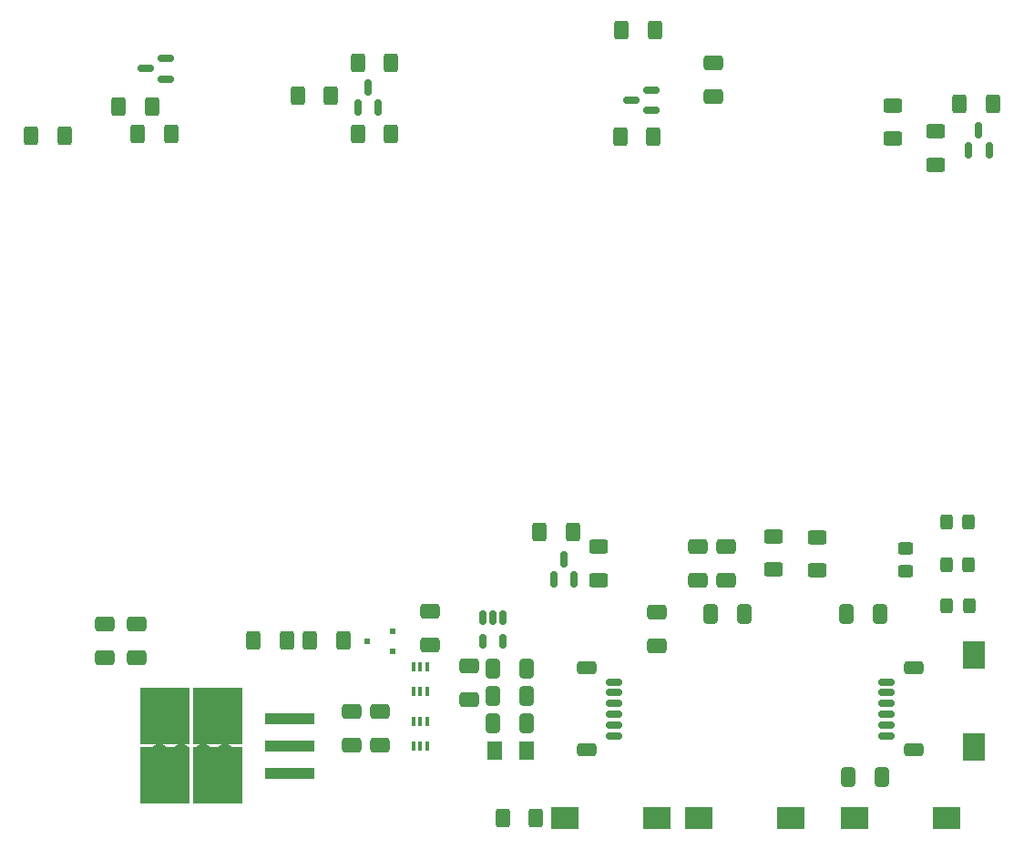
<source format=gtp>
G04 #@! TF.GenerationSoftware,KiCad,Pcbnew,8.0.6*
G04 #@! TF.CreationDate,2025-01-29T21:13:59-08:00*
G04 #@! TF.ProjectId,rezq_rev2,72657a71-5f72-4657-9632-2e6b69636164,rev?*
G04 #@! TF.SameCoordinates,Original*
G04 #@! TF.FileFunction,Paste,Top*
G04 #@! TF.FilePolarity,Positive*
%FSLAX46Y46*%
G04 Gerber Fmt 4.6, Leading zero omitted, Abs format (unit mm)*
G04 Created by KiCad (PCBNEW 8.0.6) date 2025-01-29 21:13:59*
%MOMM*%
%LPD*%
G01*
G04 APERTURE LIST*
G04 Aperture macros list*
%AMRoundRect*
0 Rectangle with rounded corners*
0 $1 Rounding radius*
0 $2 $3 $4 $5 $6 $7 $8 $9 X,Y pos of 4 corners*
0 Add a 4 corners polygon primitive as box body*
4,1,4,$2,$3,$4,$5,$6,$7,$8,$9,$2,$3,0*
0 Add four circle primitives for the rounded corners*
1,1,$1+$1,$2,$3*
1,1,$1+$1,$4,$5*
1,1,$1+$1,$6,$7*
1,1,$1+$1,$8,$9*
0 Add four rect primitives between the rounded corners*
20,1,$1+$1,$2,$3,$4,$5,0*
20,1,$1+$1,$4,$5,$6,$7,0*
20,1,$1+$1,$6,$7,$8,$9,0*
20,1,$1+$1,$8,$9,$2,$3,0*%
G04 Aperture macros list end*
%ADD10RoundRect,0.250000X-0.650000X0.412500X-0.650000X-0.412500X0.650000X-0.412500X0.650000X0.412500X0*%
%ADD11RoundRect,0.150000X0.587500X0.150000X-0.587500X0.150000X-0.587500X-0.150000X0.587500X-0.150000X0*%
%ADD12R,0.508000X0.508000*%
%ADD13RoundRect,0.150000X0.625000X-0.150000X0.625000X0.150000X-0.625000X0.150000X-0.625000X-0.150000X0*%
%ADD14RoundRect,0.250000X0.650000X-0.350000X0.650000X0.350000X-0.650000X0.350000X-0.650000X-0.350000X0*%
%ADD15R,2.500000X2.000000*%
%ADD16RoundRect,0.250000X-0.400000X-0.625000X0.400000X-0.625000X0.400000X0.625000X-0.400000X0.625000X0*%
%ADD17RoundRect,0.250000X0.400000X0.625000X-0.400000X0.625000X-0.400000X-0.625000X0.400000X-0.625000X0*%
%ADD18RoundRect,0.250000X-0.325000X-0.450000X0.325000X-0.450000X0.325000X0.450000X-0.325000X0.450000X0*%
%ADD19RoundRect,0.150000X0.150000X-0.587500X0.150000X0.587500X-0.150000X0.587500X-0.150000X-0.587500X0*%
%ADD20RoundRect,0.250000X0.450000X-0.325000X0.450000X0.325000X-0.450000X0.325000X-0.450000X-0.325000X0*%
%ADD21RoundRect,0.250000X0.650000X-0.412500X0.650000X0.412500X-0.650000X0.412500X-0.650000X-0.412500X0*%
%ADD22RoundRect,0.250000X-0.625000X0.400000X-0.625000X-0.400000X0.625000X-0.400000X0.625000X0.400000X0*%
%ADD23RoundRect,0.250000X-0.412500X-0.650000X0.412500X-0.650000X0.412500X0.650000X-0.412500X0.650000X0*%
%ADD24RoundRect,0.250000X0.625000X-0.400000X0.625000X0.400000X-0.625000X0.400000X-0.625000X-0.400000X0*%
%ADD25RoundRect,0.150000X-0.150000X0.512500X-0.150000X-0.512500X0.150000X-0.512500X0.150000X0.512500X0*%
%ADD26RoundRect,0.250000X0.412500X0.650000X-0.412500X0.650000X-0.412500X-0.650000X0.412500X-0.650000X0*%
%ADD27R,0.355600X0.850900*%
%ADD28R,2.000000X2.500000*%
%ADD29RoundRect,0.250001X-0.462499X-0.624999X0.462499X-0.624999X0.462499X0.624999X-0.462499X0.624999X0*%
%ADD30RoundRect,0.150000X-0.625000X0.150000X-0.625000X-0.150000X0.625000X-0.150000X0.625000X0.150000X0*%
%ADD31RoundRect,0.250000X-0.650000X0.350000X-0.650000X-0.350000X0.650000X-0.350000X0.650000X0.350000X0*%
%ADD32R,4.550000X5.250000*%
%ADD33R,4.600000X1.100000*%
%ADD34C,1.524000*%
G04 APERTURE END LIST*
D10*
X218564300Y-116980100D03*
X218564300Y-120105100D03*
X217100000Y-161987500D03*
X217100000Y-165112500D03*
D11*
X212819300Y-121436300D03*
X212819300Y-119536300D03*
X210944300Y-120486300D03*
D10*
X164998000Y-169131500D03*
X164998000Y-172256500D03*
D12*
X188793800Y-171717350D03*
X188793800Y-169817348D03*
X186406200Y-170767349D03*
D13*
X209350000Y-179550000D03*
X209350000Y-178550000D03*
X209350000Y-177550000D03*
X209350000Y-176550000D03*
X209350000Y-175550000D03*
X209350000Y-174550000D03*
D14*
X206825000Y-180850000D03*
X206825000Y-173250000D03*
D15*
X240280000Y-187192400D03*
X231720000Y-187192400D03*
D16*
X163287600Y-121101200D03*
X166387600Y-121101200D03*
D17*
X244550000Y-120847200D03*
X241450000Y-120847200D03*
D18*
X240233200Y-159658800D03*
X242283200Y-159658800D03*
D16*
X198983000Y-187167000D03*
X202083000Y-187167000D03*
D19*
X242300000Y-125125000D03*
X244200000Y-125125000D03*
X243250000Y-123250000D03*
D17*
X183059000Y-120027400D03*
X179959000Y-120027400D03*
D20*
X236474000Y-164214999D03*
X236474000Y-162165001D03*
D21*
X213300000Y-171212500D03*
X213300000Y-168087500D03*
D16*
X165065600Y-123641200D03*
X168165600Y-123641200D03*
D17*
X213132000Y-113919000D03*
X210032000Y-113919000D03*
D18*
X240284000Y-167482000D03*
X242334000Y-167482000D03*
D22*
X224200000Y-161000000D03*
X224200000Y-164100000D03*
X235250000Y-120950000D03*
X235250000Y-124050000D03*
D21*
X192239000Y-171114500D03*
X192239000Y-167989500D03*
D16*
X209902300Y-123875800D03*
X213002300Y-123875800D03*
D23*
X231137500Y-183350000D03*
X234262500Y-183350000D03*
D21*
X187549200Y-180410900D03*
X187549200Y-177285900D03*
D24*
X228200000Y-164200000D03*
X228200000Y-161100000D03*
D17*
X178919400Y-170694000D03*
X175819400Y-170694000D03*
D21*
X161998000Y-172256500D03*
X161998000Y-169131500D03*
D25*
X199034000Y-168527000D03*
X198084000Y-168527000D03*
X197134000Y-168527000D03*
X197134000Y-170802000D03*
X199034000Y-170802000D03*
D26*
X221487500Y-168250000D03*
X218362500Y-168250000D03*
D18*
X240275000Y-163621200D03*
X242325000Y-163621200D03*
D23*
X198106500Y-175882000D03*
X201231500Y-175882000D03*
D11*
X167728600Y-118495200D03*
X167728600Y-116595200D03*
X165853600Y-117545200D03*
D17*
X205500000Y-160650000D03*
X202400000Y-160650000D03*
D27*
X191983799Y-178200700D03*
X191333800Y-178200700D03*
X190683801Y-178200700D03*
X190683801Y-180474000D03*
X191333800Y-180474000D03*
X191983799Y-180474000D03*
D23*
X198106500Y-173342000D03*
X201231500Y-173342000D03*
D21*
X184933000Y-180424000D03*
X184933000Y-177299000D03*
D10*
X195869000Y-173059500D03*
X195869000Y-176184500D03*
D15*
X225780000Y-187192400D03*
X217220000Y-187192400D03*
D23*
X230962500Y-168250000D03*
X234087500Y-168250000D03*
D22*
X239259600Y-123361200D03*
X239259600Y-126461200D03*
D17*
X188647000Y-116979400D03*
X185547000Y-116979400D03*
D28*
X242798600Y-172070000D03*
X242798600Y-180630000D03*
D19*
X185550000Y-121124999D03*
X187450000Y-121124999D03*
X186500000Y-119250000D03*
D29*
X198220000Y-180962000D03*
X201195000Y-180962000D03*
D22*
X207899000Y-161995000D03*
X207899000Y-165095000D03*
D17*
X188647000Y-123583400D03*
X185547000Y-123583400D03*
D30*
X234675000Y-174550000D03*
X234675000Y-175550000D03*
X234675000Y-176550000D03*
X234675000Y-177550000D03*
X234675000Y-178550000D03*
X234675000Y-179550000D03*
D31*
X237200000Y-173250000D03*
X237200000Y-180850000D03*
D23*
X198106500Y-178422000D03*
X201231500Y-178422000D03*
D27*
X190683801Y-175394000D03*
X191333800Y-175394000D03*
X191983799Y-175394000D03*
X191983799Y-173120700D03*
X191333800Y-173120700D03*
X190683801Y-173120700D03*
D15*
X213322000Y-187167000D03*
X204762000Y-187167000D03*
D17*
X184176600Y-170694000D03*
X181076600Y-170694000D03*
X158300000Y-123750000D03*
X155200000Y-123750000D03*
D10*
X219800000Y-161987500D03*
X219800000Y-165112500D03*
D32*
X172493000Y-183249000D03*
X172493000Y-177699000D03*
X167643000Y-183249000D03*
X167643000Y-177699000D03*
D33*
X179218000Y-183014000D03*
X179218000Y-180474000D03*
D34*
X173189000Y-185046000D03*
X173189000Y-183014000D03*
X173189000Y-180982000D03*
X173189000Y-178950000D03*
X173189000Y-176918000D03*
X171157000Y-185046000D03*
X171157000Y-183014000D03*
X171157000Y-180982000D03*
X171157000Y-178950000D03*
X171157000Y-176918000D03*
X169125000Y-185046000D03*
X169125000Y-183014000D03*
X169125000Y-180982000D03*
X169125000Y-178950000D03*
X169125000Y-176918000D03*
X167093000Y-185046000D03*
X167093000Y-183014000D03*
X167093000Y-180982000D03*
X167093000Y-178950000D03*
X167093000Y-176918000D03*
D33*
X179218000Y-177934000D03*
D19*
X203750000Y-164987500D03*
X205650000Y-164987500D03*
X204700000Y-163112500D03*
M02*

</source>
